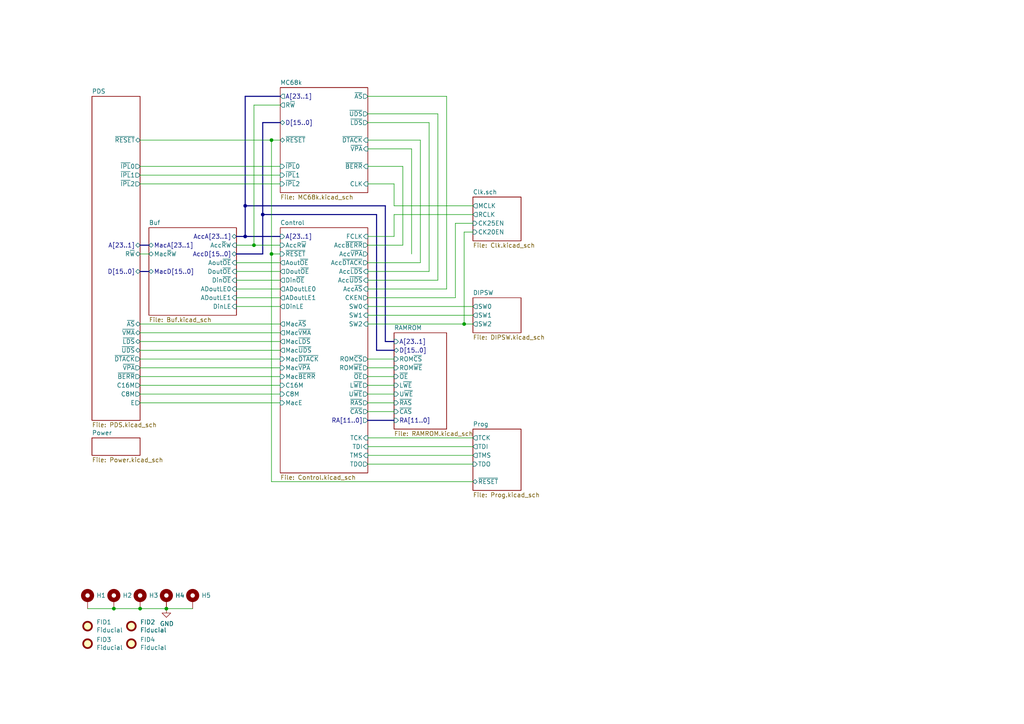
<source format=kicad_sch>
(kicad_sch (version 20211123) (generator eeschema)
  (paper "A4")
  (lib_symbols
    (symbol "Mechanical:Fiducial"
      (property "Reference" "FID" (at 0 5.08 0))
      (property "Value" "Fiducial" (at 0 3.175 0))
      (symbol "Fiducial_0_1"
        (circle (center 0 0) (radius 1.27) (stroke (width 0.508)) (fill (type background)))
      )
    )
    (symbol "Mechanical:MountingHole_Pad" (pin_numbers hide) (pin_names (offset 1.016) hide)
      (property "Reference" "H" (at 0 6.35 0))
      (property "Value" "MountingHole_Pad" (at 0 4.445 0))
      (symbol "MountingHole_Pad_0_1"
        (circle (center 0 1.27) (radius 1.27) (stroke (width 1.27)))
      )
      (symbol "MountingHole_Pad_1_1"
        (pin input line (at 0 -2.54 90) (length 2.54) (name "1") (number "1"))
      )
    )
    (symbol "power:GND" (power) (pin_names (offset 0))
      (property "Value" "GND" (at 0 -3.81 0))
      (symbol "GND_0_1"
        (polyline (pts (xy 0 0) (xy 0 -1.27) (xy 1.27 -1.27) (xy 0 -2.54) (xy -1.27 -1.27) (xy 0 -1.27)))
      )
      (symbol "GND_1_1"
        (pin power_in line (at 0 0 270) (length 0) hide (name "GND") (number "1"))
      )
    )
  )
  (junction (at 73.66 71.12))
  (junction (at 78.74 73.66))
  (junction (at 33.02 176.53))
  (junction (at 71.12 59.69))
  (junction (at 71.12 68.58))
  (junction (at 40.64 176.53))
  (junction (at 76.2 62.23))
  (junction (at 48.26 176.53))
  (junction (at 78.74 40.64))
  (junction (at 134.62 93.98))
  (bus (pts (xy 71.12 27.94) (xy 71.12 59.69)))
  (wire (pts (xy 68.58 83.82) (xy 81.28 83.82)))
  (wire (pts (xy 129.54 27.94) (xy 129.54 83.82)))
  (bus (pts (xy 109.22 62.23) (xy 76.2 62.23)))
  (wire (pts (xy 106.68 129.54) (xy 137.16 129.54)))
  (bus (pts (xy 71.12 59.69) (xy 71.12 68.58)))
  (wire (pts (xy 106.68 27.94) (xy 129.54 27.94)))
  (bus (pts (xy 109.22 62.23) (xy 109.22 101.6)))
  (wire (pts (xy 78.74 40.64) (xy 81.28 40.64)))
  (wire (pts (xy 106.68 35.56) (xy 124.46 35.56)))
  (wire (pts (xy 73.66 30.48) (xy 81.28 30.48)))
  (wire (pts (xy 68.58 78.74) (xy 81.28 78.74)))
  (wire (pts (xy 48.26 176.53) (xy 40.64 176.53)))
  (wire (pts (xy 127 81.28) (xy 106.68 81.28)))
  (wire (pts (xy 106.68 106.68) (xy 114.3 106.68)))
  (wire (pts (xy 78.74 73.66) (xy 81.28 73.66)))
  (wire (pts (xy 40.64 50.8) (xy 81.28 50.8)))
  (wire (pts (xy 40.64 96.52) (xy 81.28 96.52)))
  (wire (pts (xy 40.64 114.3) (xy 81.28 114.3)))
  (wire (pts (xy 124.46 35.56) (xy 124.46 78.74)))
  (bus (pts (xy 111.76 59.69) (xy 111.76 99.06)))
  (wire (pts (xy 106.68 132.08) (xy 137.16 132.08)))
  (bus (pts (xy 40.64 78.74) (xy 43.18 78.74)))
  (wire (pts (xy 137.16 67.31) (xy 134.62 67.31)))
  (wire (pts (xy 40.64 106.68) (xy 81.28 106.68)))
  (wire (pts (xy 106.68 33.02) (xy 127 33.02)))
  (bus (pts (xy 81.28 35.56) (xy 76.2 35.56)))
  (bus (pts (xy 114.3 101.6) (xy 109.22 101.6)))
  (wire (pts (xy 106.68 119.38) (xy 114.3 119.38)))
  (bus (pts (xy 111.76 99.06) (xy 114.3 99.06)))
  (wire (pts (xy 40.64 116.84) (xy 81.28 116.84)))
  (wire (pts (xy 40.64 109.22) (xy 81.28 109.22)))
  (bus (pts (xy 71.12 68.58) (xy 81.28 68.58)))
  (bus (pts (xy 76.2 73.66) (xy 68.58 73.66)))
  (bus (pts (xy 40.64 71.12) (xy 43.18 71.12)))
  (wire (pts (xy 40.64 104.14) (xy 81.28 104.14)))
  (wire (pts (xy 40.64 53.34) (xy 81.28 53.34)))
  (wire (pts (xy 55.88 176.53) (xy 48.26 176.53)))
  (bus (pts (xy 71.12 59.69) (xy 111.76 59.69)))
  (wire (pts (xy 106.68 111.76) (xy 114.3 111.76)))
  (wire (pts (xy 119.38 43.18) (xy 119.38 73.66)))
  (wire (pts (xy 40.64 48.26) (xy 81.28 48.26)))
  (wire (pts (xy 114.3 62.23) (xy 137.16 62.23)))
  (wire (pts (xy 106.68 88.9) (xy 137.16 88.9)))
  (wire (pts (xy 106.68 116.84) (xy 114.3 116.84)))
  (wire (pts (xy 106.68 43.18) (xy 119.38 43.18)))
  (bus (pts (xy 106.68 121.92) (xy 114.3 121.92)))
  (wire (pts (xy 73.66 30.48) (xy 73.66 71.12)))
  (wire (pts (xy 73.66 71.12) (xy 68.58 71.12)))
  (wire (pts (xy 78.74 73.66) (xy 78.74 139.7)))
  (wire (pts (xy 114.3 53.34) (xy 114.3 59.69)))
  (wire (pts (xy 106.68 68.58) (xy 114.3 68.58)))
  (wire (pts (xy 106.68 134.62) (xy 137.16 134.62)))
  (wire (pts (xy 116.84 71.12) (xy 106.68 71.12)))
  (wire (pts (xy 106.68 86.36) (xy 132.08 86.36)))
  (wire (pts (xy 134.62 67.31) (xy 134.62 93.98)))
  (wire (pts (xy 33.02 176.53) (xy 25.4 176.53)))
  (wire (pts (xy 73.66 71.12) (xy 81.28 71.12)))
  (wire (pts (xy 40.64 93.98) (xy 81.28 93.98)))
  (wire (pts (xy 137.16 91.44) (xy 106.68 91.44)))
  (wire (pts (xy 40.64 176.53) (xy 33.02 176.53)))
  (wire (pts (xy 106.68 109.22) (xy 114.3 109.22)))
  (bus (pts (xy 76.2 62.23) (xy 76.2 73.66)))
  (wire (pts (xy 68.58 86.36) (xy 81.28 86.36)))
  (wire (pts (xy 121.92 40.64) (xy 121.92 76.2)))
  (wire (pts (xy 106.68 127) (xy 137.16 127)))
  (bus (pts (xy 81.28 27.94) (xy 71.12 27.94)))
  (wire (pts (xy 106.68 48.26) (xy 116.84 48.26)))
  (wire (pts (xy 40.64 40.64) (xy 78.74 40.64)))
  (wire (pts (xy 40.64 111.76) (xy 81.28 111.76)))
  (wire (pts (xy 134.62 93.98) (xy 137.16 93.98)))
  (bus (pts (xy 71.12 68.58) (xy 68.58 68.58)))
  (wire (pts (xy 106.68 114.3) (xy 114.3 114.3)))
  (wire (pts (xy 129.54 83.82) (xy 106.68 83.82)))
  (wire (pts (xy 114.3 62.23) (xy 114.3 68.58)))
  (wire (pts (xy 106.68 104.14) (xy 114.3 104.14)))
  (wire (pts (xy 124.46 78.74) (xy 106.68 78.74)))
  (wire (pts (xy 116.84 48.26) (xy 116.84 71.12)))
  (wire (pts (xy 40.64 99.06) (xy 81.28 99.06)))
  (wire (pts (xy 68.58 88.9) (xy 81.28 88.9)))
  (wire (pts (xy 40.64 73.66) (xy 43.18 73.66)))
  (wire (pts (xy 78.74 139.7) (xy 137.16 139.7)))
  (wire (pts (xy 132.08 64.77) (xy 137.16 64.77)))
  (wire (pts (xy 68.58 76.2) (xy 81.28 76.2)))
  (wire (pts (xy 78.74 40.64) (xy 78.74 73.66)))
  (wire (pts (xy 106.68 40.64) (xy 121.92 40.64)))
  (wire (pts (xy 132.08 86.36) (xy 132.08 64.77)))
  (bus (pts (xy 76.2 35.56) (xy 76.2 62.23)))
  (wire (pts (xy 127 33.02) (xy 127 81.28)))
  (wire (pts (xy 114.3 59.69) (xy 137.16 59.69)))
  (wire (pts (xy 40.64 101.6) (xy 81.28 101.6)))
  (wire (pts (xy 68.58 81.28) (xy 81.28 81.28)))
  (wire (pts (xy 114.3 53.34) (xy 106.68 53.34)))
  (wire (pts (xy 106.68 93.98) (xy 134.62 93.98)))
  (wire (pts (xy 121.92 76.2) (xy 106.68 76.2)))
  (symbol (lib_id "power:GND") (at 48.26 176.53 0) (unit 1)
    (property "Reference" "#PWR0132" (effects hide))
    (property "Value" "GND" (at 48.387 180.9242 0))
  )
  (symbol (lib_id "Mechanical:MountingHole_Pad") (at 55.88 173.99 0) (unit 1)
    (property "Reference" "H5" (at 58.42 172.6946 0) (effects (justify left)))
    (property "Value" " " (at 58.42 175.006 0) (effects (justify left)))
    (property "Footprint" "stdpads:PasteHole_1.1mm_PTH" (effects hide))
  )
  (symbol (lib_id "Mechanical:Fiducial") (at 25.4 181.61 0) (unit 1)
    (property "Reference" "FID1" (at 27.94 180.4416 0) (effects (justify left)))
    (property "Value" "Fiducial" (at 27.94 182.753 0) (effects (justify left)))
    (property "Footprint" "stdpads:Fiducial" (effects hide))
  )
  (symbol (lib_id "Mechanical:Fiducial") (at 38.1 181.61 0) (unit 1)
    (property "Reference" "FID2" (at 40.64 180.4416 0) (effects (justify left)))
    (property "Value" "Fiducial" (at 40.64 182.753 0) (effects (justify left)))
    (property "Footprint" "stdpads:Fiducial" (effects hide))
  )
  (symbol (lib_id "Mechanical:Fiducial") (at 25.4 186.69 0) (unit 1)
    (property "Reference" "FID3" (at 27.94 185.5216 0) (effects (justify left)))
    (property "Value" "Fiducial" (at 27.94 187.833 0) (effects (justify left)))
    (property "Footprint" "stdpads:Fiducial" (effects hide))
  )
  (symbol (lib_id "Mechanical:Fiducial") (at 38.1 186.69 0) (unit 1)
    (property "Reference" "FID4" (at 40.64 185.5216 0) (effects (justify left)))
    (property "Value" "Fiducial" (at 40.64 187.833 0) (effects (justify left)))
    (property "Footprint" "stdpads:Fiducial" (effects hide))
  )
  (symbol (lib_id "Mechanical:MountingHole_Pad") (at 25.4 173.99 0) (unit 1)
    (property "Reference" "H1" (at 27.94 172.6946 0) (effects (justify left)))
    (property "Value" " " (at 27.94 175.006 0) (effects (justify left)))
    (property "Footprint" "stdpads:PasteHole_1.1mm_PTH" (effects hide))
  )
  (symbol (lib_id "Mechanical:MountingHole_Pad") (at 33.02 173.99 0) (unit 1)
    (property "Reference" "H2" (at 35.56 172.6946 0) (effects (justify left)))
    (property "Value" " " (at 35.56 175.006 0) (effects (justify left)))
    (property "Footprint" "stdpads:PasteHole_1.1mm_PTH" (effects hide))
  )
  (symbol (lib_id "Mechanical:MountingHole_Pad") (at 40.64 173.99 0) (unit 1)
    (property "Reference" "H3" (at 43.18 172.6946 0) (effects (justify left)))
    (property "Value" " " (at 43.18 175.006 0) (effects (justify left)))
    (property "Footprint" "stdpads:PasteHole_1.1mm_PTH" (effects hide))
  )
  (symbol (lib_id "Mechanical:MountingHole_Pad") (at 48.26 173.99 0) (unit 1)
    (property "Reference" "H4" (at 50.8 172.6946 0) (effects (justify left)))
    (property "Value" " " (at 50.8 175.006 0) (effects (justify left)))
    (property "Footprint" "stdpads:PasteHole_1.1mm_PTH" (effects hide))
  )
  (sheet (at 26.67 27.94) (size 13.97 93.98)
    (property "Sheet name" "PDS" (at 26.67 27.2284 0) (effects (justify left bottom)))
    (property "Sheet file" "PDS.kicad_sch" (at 26.67 122.5046 0) (effects (justify left top)))
    (pin "A[23..1]" bidirectional (at 40.64 71.12 0))
    (pin "D[15..0]" bidirectional (at 40.64 78.74 0))
    (pin "~{AS}" bidirectional (at 40.64 93.98 0))
    (pin "~{LDS}" bidirectional (at 40.64 99.06 0))
    (pin "~{UDS}" bidirectional (at 40.64 101.6 0))
    (pin "R~{W}" bidirectional (at 40.64 73.66 0))
    (pin "~{VMA}" bidirectional (at 40.64 96.52 0))
    (pin "~{VPA}" output (at 40.64 106.68 0))
    (pin "~{DTACK}" output (at 40.64 104.14 0))
    (pin "~{RESET}" bidirectional (at 40.64 40.64 0))
    (pin "~{IPL}0" output (at 40.64 48.26 0))
    (pin "~{IPL}1" output (at 40.64 50.8 0))
    (pin "~{IPL}2" output (at 40.64 53.34 0))
    (pin "~{BERR}" output (at 40.64 109.22 0))
    (pin "E" output (at 40.64 116.84 0))
    (pin "C8M" output (at 40.64 114.3 0))
    (pin "C16M" output (at 40.64 111.76 0))
  )
  (sheet (at 81.28 66.04) (size 25.4 71.12)
    (property "Sheet name" "Control" (at 81.28 65.3284 0) (effects (justify left bottom)))
    (property "Sheet file" "Control.kicad_sch" (at 81.28 137.7446 0) (effects (justify left top)))
    (pin "~{RESET}" input (at 81.28 73.66 180))
    (pin "FCLK" input (at 106.68 68.58 0))
    (pin "Mac~{AS}" output (at 81.28 93.98 180))
    (pin "Mac~{VMA}" output (at 81.28 96.52 180))
    (pin "Mac~{DTACK}" input (at 81.28 104.14 180))
    (pin "Mac~{VPA}" input (at 81.28 106.68 180))
    (pin "Mac~{BERR}" input (at 81.28 109.22 180))
    (pin "MacE" input (at 81.28 116.84 180))
    (pin "C8M" input (at 81.28 114.3 180))
    (pin "C16M" input (at 81.28 111.76 180))
    (pin "Acc~{DTACK}" output (at 106.68 76.2 0))
    (pin "Acc~{BERR}" output (at 106.68 71.12 0))
    (pin "Acc~{UDS}" input (at 106.68 81.28 0))
    (pin "Acc~{LDS}" input (at 106.68 78.74 0))
    (pin "Acc~{AS}" input (at 106.68 83.82 0))
    (pin "~{OE}" output (at 106.68 109.22 0))
    (pin "Mac~{UDS}" output (at 81.28 101.6 180))
    (pin "Mac~{LDS}" output (at 81.28 99.06 180))
    (pin "Acc~{VPA}" output (at 106.68 73.66 0))
    (pin "AccR~{W}" input (at 81.28 71.12 180))
    (pin "L~{WE}" output (at 106.68 111.76 0))
    (pin "U~{WE}" output (at 106.68 114.3 0))
    (pin "~{RAS}" output (at 106.68 116.84 0))
    (pin "~{CAS}" output (at 106.68 119.38 0))
    (pin "ROM~{CS}" output (at 106.68 104.14 0))
    (pin "DinLE" output (at 81.28 88.9 180))
    (pin "Dout~{OE}" output (at 81.28 78.74 180))
    (pin "Aout~{OE}" output (at 81.28 76.2 180))
    (pin "Din~{OE}" output (at 81.28 81.28 180))
    (pin "RA[11..0]" output (at 106.68 121.92 0))
    (pin "A[23..1]" input (at 81.28 68.58 180))
    (pin "ADoutLE0" output (at 81.28 83.82 180))
    (pin "ADoutLE1" output (at 81.28 86.36 180))
    (pin "ROM~{WE}" output (at 106.68 106.68 0))
    (pin "SW0" input (at 106.68 88.9 0))
    (pin "SW1" input (at 106.68 91.44 0))
    (pin "CKEN" output (at 106.68 86.36 0))
    (pin "TDI" input (at 106.68 129.54 0))
    (pin "TMS" input (at 106.68 132.08 0))
    (pin "TCK" input (at 106.68 127 0))
    (pin "TDO" output (at 106.68 134.62 0))
    (pin "SW2" input (at 106.68 93.98 0))
  )
  (sheet (at 114.3 96.52) (size 15.24 27.94)
    (property "Sheet name" "RAMROM" (at 114.3 95.8084 0) (effects (justify left bottom)))
    (property "Sheet file" "RAMROM.kicad_sch" (at 114.3 125.0446 0) (effects (justify left top)))
    (pin "~{RAS}" input (at 114.3 116.84 180))
    (pin "D[15..0]" bidirectional (at 114.3 101.6 180))
    (pin "~{CAS}" input (at 114.3 119.38 180))
    (pin "~{OE}" input (at 114.3 109.22 180))
    (pin "RA[11..0]" input (at 114.3 121.92 180))
    (pin "L~{WE}" input (at 114.3 111.76 180))
    (pin "U~{WE}" input (at 114.3 114.3 180))
    (pin "ROM~{CS}" input (at 114.3 104.14 180))
    (pin "A[23..1]" input (at 114.3 99.06 180))
    (pin "ROM~{WE}" input (at 114.3 106.68 180))
  )
  (sheet (at 81.28 25.4) (size 25.4 30.48)
    (property "Sheet name" "MC68k" (at 81.28 24.6884 0) (effects (justify left bottom)))
    (property "Sheet file" "MC68k.kicad_sch" (at 81.28 56.4646 0) (effects (justify left top)))
    (pin "A[23..1]" output (at 81.28 27.94 180))
    (pin "D[15..0]" bidirectional (at 81.28 35.56 180))
    (pin "~{AS}" output (at 106.68 27.94 0))
    (pin "R~{W}" output (at 81.28 30.48 180))
    (pin "~{LDS}" output (at 106.68 35.56 0))
    (pin "~{UDS}" output (at 106.68 33.02 0))
    (pin "~{DTACK}" input (at 106.68 40.64 0))
    (pin "~{VPA}" input (at 106.68 43.18 0))
    (pin "~{RESET}" bidirectional (at 81.28 40.64 180))
    (pin "~{BERR}" input (at 106.68 48.26 0))
    (pin "~{IPL}0" input (at 81.28 48.26 180))
    (pin "~{IPL}1" input (at 81.28 50.8 180))
    (pin "~{IPL}2" input (at 81.28 53.34 180))
    (pin "CLK" input (at 106.68 53.34 0))
  )
  (sheet (at 43.18 66.04) (size 25.4 25.4)
    (property "Sheet name" "Buf" (at 43.18 65.3284 0) (effects (justify left bottom)))
    (property "Sheet file" "Buf.kicad_sch" (at 43.18 92.0246 0) (effects (justify left top)))
    (pin "AccA[23..1]" bidirectional (at 68.58 68.58 0))
    (pin "MacA[23..1]" bidirectional (at 43.18 71.12 180))
    (pin "AccD[15..0]" bidirectional (at 68.58 73.66 0))
    (pin "MacD[15..0]" bidirectional (at 43.18 78.74 180))
    (pin "Dout~{OE}" input (at 68.58 78.74 0))
    (pin "Din~{OE}" input (at 68.58 81.28 0))
    (pin "DinLE" input (at 68.58 88.9 0))
    (pin "Aout~{OE}" input (at 68.58 76.2 0))
    (pin "Mac~{R}W" tri_state (at 43.18 73.66 180))
    (pin "Acc~{R}W" input (at 68.58 71.12 0))
    (pin "ADoutLE0" input (at 68.58 83.82 0))
    (pin "ADoutLE1" input (at 68.58 86.36 0))
  )
  (sheet (at 137.16 57.15) (size 13.97 12.7)
    (property "Sheet name" "Clk.sch" (at 137.16 56.4384 0) (effects (justify left bottom)))
    (property "Sheet file" "Clk.kicad_sch" (at 137.16 70.4346 0) (effects (justify left top)))
    (pin "MCLK" output (at 137.16 59.69 180))
    (pin "RCLK" output (at 137.16 62.23 180))
    (pin "CK20EN" input (at 137.16 67.31 180))
    (pin "CK25EN" input (at 137.16 64.77 180))
  )
  (sheet (at 137.16 86.36) (size 13.97 10.16)
    (property "Sheet name" "DIPSW" (at 137.16 85.6484 0) (effects (justify left bottom)))
    (property "Sheet file" "DIPSW.kicad_sch" (at 137.16 97.1046 0) (effects (justify left top)))
    (pin "SW0" output (at 137.16 88.9 180))
    (pin "SW1" output (at 137.16 91.44 180))
    (pin "SW2" output (at 137.16 93.98 180))
  )
  (sheet (at 137.16 124.46) (size 13.97 17.78)
    (property "Sheet name" "Prog" (at 137.16 123.7484 0) (effects (justify left bottom)))
    (property "Sheet file" "Prog.kicad_sch" (at 137.16 142.8246 0) (effects (justify left top)))
    (pin "TCK" output (at 137.16 127 180))
    (pin "TDI" output (at 137.16 129.54 180))
    (pin "TMS" output (at 137.16 132.08 180))
    (pin "TDO" input (at 137.16 134.62 180))
    (pin "~{RESET}" tri_state (at 137.16 139.7 180))
  )
  (sheet (at 26.67 127) (size 13.97 5.08)
    (property "Sheet name" "Power" (at 26.67 126.2884 0) (effects (justify left bottom)))
    (property "Sheet file" "Power.kicad_sch" (at 26.67 132.6646 0) (effects (justify left top)))
  )
)
</source>
